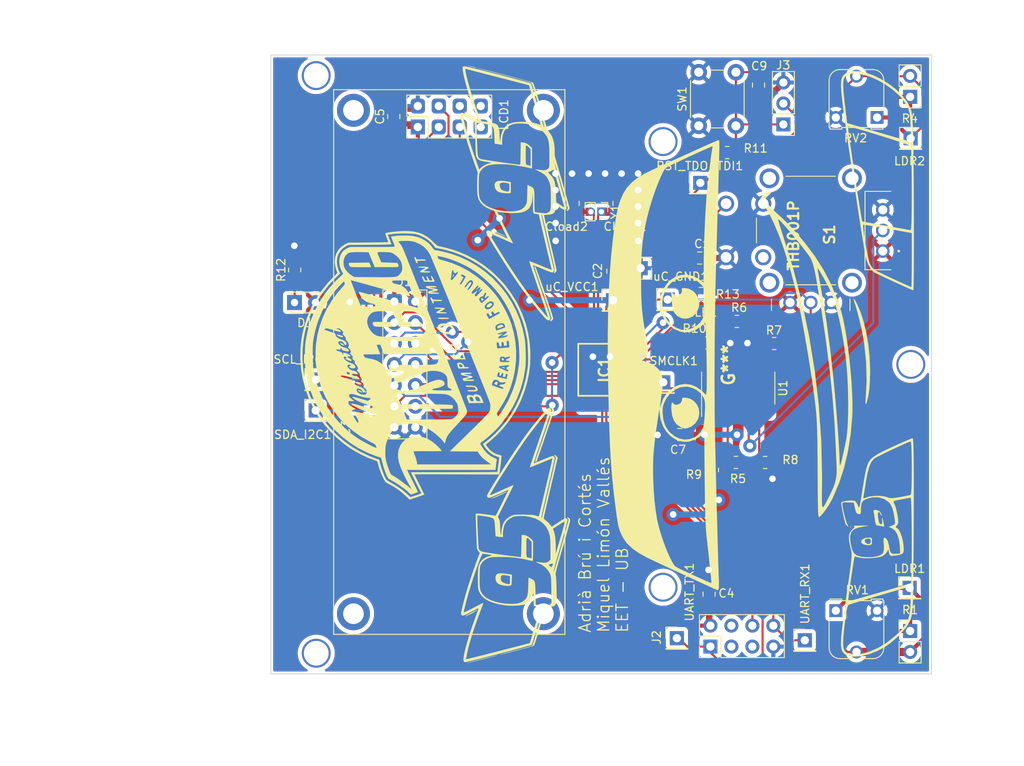
<source format=kicad_pcb>
(kicad_pcb (version 20221018) (generator pcbnew)
  (layers (0 "F.Cu" jumper) (31 "B.Cu" signal) (34 "B.Paste" user) (35 "F.Paste" user) (36 "B.SilkS" user "B.Silkscreen") (37 "F.SilkS" user "F.Silkscreen") (38 "B.Mask" user) (39 "F.Mask" user) (44 "Edge.Cuts" user))
  (net 0 "")
  (net 1 "SDA_I2C")
  (net 2 "+3.3V")
  (net 3 "GND")
  (net 4 "MISO")
  (net 5 "MOSI")
  (net 6 "SCLK_SPI")
  (net 7 "SS_SPI")
  (net 8 "/WIFI_UART_RX")
  (net 9 "/WIFI_UART_TX")
  (net 10 "/P6.3")
  (net 11 "/P6.2")
  (net 12 "SEL_JOYSTICK")
  (net 13 "SCL_I2C")
  (net 14 "Net-(D1-K)")
  (net 16 "TDO{slash}TDI")
  (net 17 "LR_JOYSTICK")
  (net 18 "FB_JOYSTICK")
  (net 19 "TCK")
  (net 20 "R_JOYSTICK")
  (net 21 "F_JOYSTICK")
  (net 22 "B_JOYSTICK")
  (net 23 "L_JOYSTICK")
  (net 30 "Net-(U1A-+)")
  (net 31 "Net-(U1B--)")
  (net 32 "Net-(U1C-+)")
  (net 33 "Net-(U1D--)")
  (net 34 "/P6.1")
  (net 35 "/P6.0")
  (net 36 "/CLK+")
  (net 37 "/CLK-")
  (net 38 "RST_LCD")
  (net 39 "PHOTO2")
  (net 40 "PHOTO1")
  (net 60 "/WIFI_CE")
  (footprint "MiSE:conn_DFrobot" (layer "F.Cu") (at 127.08 99.92)
    (fp_text reference "J1")
    (fp_text value "conn_DFrobot")
  )
  (footprint "Connector_PinHeader_2.54mm:PinHeader_1x01_P2.54mm_Vertical" (layer "F.Cu") (at 157.11 102.09)
    (fp_text reference "SMCLK1")
    (fp_text value "~")
  )
  (footprint "Connector_PinHeader_2.54mm:PinHeader_1x01_P2.54mm_Vertical" (layer "F.Cu") (at 161.59 77.92)
    (fp_text reference "RST_TDO/TDI1")
    (fp_text value "~")
  )
  (footprint "MiSE:THB001P" (layer "F.Cu") (at 183.69 86.19 -90)
    (fp_text reference "S1")
    (fp_text value "THB001P")
  )
  (footprint "Connector_PinHeader_2.54mm:PinHeader_1x01_P2.54mm_Vertical" (layer "F.Cu") (at 174.244 133.35)
    (fp_text reference "UART_RX1")
    (fp_text value "~")
  )
  (footprint "Connector_PinHeader_2.54mm:PinHeader_1x01_P2.54mm_Vertical" (layer "F.Cu") (at 115.04 101.76)
    (fp_text reference "SCL_I2C1")
    (fp_text value "~")
  )
  (footprint "MiSE:LDR" (layer "F.Cu") (at 187 67.5 180)
    (fp_text reference "R4")
    (fp_text value "R_PHOTO")
  )
  (footprint "Capacitor_SMD:C_0805_2012Metric" (layer "F.Cu") (at 159.1 108.42 180)
    (fp_text reference "C7")
    (fp_text value "100n")
  )
  (footprint "Resistor_SMD:R_0805_2012Metric" (layer "F.Cu") (at 169.4425 111.8)
    (fp_text reference "R8")
    (fp_text value "10k")
  )
  (footprint "maqueen_pics:lights" (layer "F.Cu") (at 183.05 99.9 90)
    (fp_text reference "G***" hide)
    (fp_text value "LOGO" hide)
  )
  (footprint "Resistor_SMD:R_0805_2012Metric" (layer "F.Cu") (at 165.9025 111.79)
    (fp_text reference "R5")
    (fp_text value "10k")
  )
  (footprint "Capacitor_SMD:C_0805_2012Metric" (layer "F.Cu") (at 162.65 127.76 90)
    (fp_text reference "C4")
    (fp_text value "100n")
  )
  (footprint "Connector_PinHeader_2.54mm:PinHeader_2x04_P2.54mm_Vertical" (layer "F.Cu") (at 162.814 134.112 90)
    (fp_text reference "J2")
    (fp_text value "ESP01")
  )
  (footprint "Connector_PinHeader_2.54mm:PinHeader_1x01_P2.54mm_Vertical" (layer "F.Cu") (at 157.64 92.06)
    (fp_text reference "ACLK1")
    (fp_text value "~")
  )
  (footprint "MiSE:LCD_2x16_I2C(Midas)" (layer "F.Cu") (at 131.19 99.63 90)
    (fp_text reference "LCD1")
    (fp_text value "LCD_2x16_I2C")
  )
  (footprint "Connector_PinHeader_2.54mm:PinHeader_1x01_P2.54mm_Vertical" (layer "F.Cu") (at 187.06 72.53)
    (fp_text reference "LDR2")
    (fp_text value "~")
  )
  (footprint "Capacitor_SMD:C_0805_2012Metric" (layer "F.Cu") (at 124.47 69.88 90)
    (fp_text reference "C5")
    (fp_text value "100n")
  )
  (footprint "Button_Switch_THT:SW_PUSH_6mm" (layer "F.Cu") (at 161.4 71.01 90)
    (fp_text reference "SW1")
    (fp_text value "RST")
  )
  (footprint "Resistor_SMD:R_0805_2012Metric" (layer "F.Cu") (at 161.69 91.33 180)
    (fp_text reference "R13")
    (fp_text value "10k")
  )
  (footprint "Connector_PinHeader_2.54mm:PinHeader_1x01_P2.54mm_Vertical" (layer "F.Cu") (at 151.01 92.14)
    (fp_text reference "uC_VCC1")
    (fp_text value "~")
  )
  (footprint "Capacitor_SMD:C_0805_2012Metric" (layer "F.Cu") (at 151.01 88.62 90)
    (fp_text reference "C2")
    (fp_text value "100n")
  )
  (footprint "Connector_PinHeader_2.54mm:PinHeader_1x01_P2.54mm_Vertical" (layer "F.Cu") (at 154.37 88.26 180)
    (fp_text reference "uC_GND1")
    (fp_text value "~")
  )
  (footprint "maqueen_pics:side2" (layer "F.Cu") (at 139.24 120.59 90)
    (fp_text reference "G***" hide)
    (fp_text value "LOGO" hide)
  )
  (footprint "Resistor_SMD:R_0805_2012Metric" (layer "F.Cu") (at 121.23 105.14)
    (fp_text reference "R2")
    (fp_text value "2.2k")
  )
  (footprint "Connector_PinHeader_2.54mm:PinHeader_1x01_P2.54mm_Vertical" (layer "F.Cu") (at 186.94 127)
    (fp_text reference "LDR1")
    (fp_text value "~")
  )
  (footprint "Capacitor_SMD:C_0805_2012Metric" (layer "F.Cu") (at 161.52 87.03)
    (fp_text reference "C1")
    (fp_text value "100n")
  )
  (footprint "Resistor_SMD:R_0805_2012Metric" (layer "F.Cu") (at 164.85 74.25)
    (fp_text reference "R11")
    (fp_text value "47k")
  )
  (footprint "MiSE:Trimmer_MiSE" (layer "F.Cu") (at 183 70 180)
    (fp_text reference "RV2")
    (fp_text value "R_POT")
  )
  (footprint "Resistor_SMD:R_0805_2012Metric" (layer "F.Cu") (at 166.02 94.71 180)
    (fp_text reference "R6")
    (fp_text value "10k")
  )
  (footprint "maqueen_pics:rusteze" (layer "F.Cu") (at 127.08 99.92 90)
    (fp_text reference "G***" hide)
    (fp_text value "LOGO" hide)
  )
  (footprint "Connector_PinHeader_2.54mm:PinHeader_1x03_P2.54mm_Vertical" (layer "F.Cu") (at 171.65 70.84 180)
    (fp_text reference "J3")
    (fp_text value "SBW")
  )
  (footprint "Resistor_SMD:R_0805_2012Metric" (layer "F.Cu") (at 163.0625 112.7 90)
    (fp_text reference "R9")
    (fp_text value "10k")
  )
  (footprint "LED_THT:LED_D1.8mm_W3.3mm_H2.4mm" (layer "F.Cu") (at 112.45 92.42)
    (fp_text reference "D1")
    (fp_text value "LED")
  )
  (footprint "Resistor_SMD:R_0805_2012Metric" (layer "F.Cu") (at 112.47 88.47 90)
    (fp_text reference "R12")
    (fp_text value "100")
  )
  (footprint "MiSE:LDR" (layer "F.Cu") (at 187 132.225)
    (fp_text reference "R1")
    (fp_text value "R_PHOTO")
  )
  (footprint "Capacitor_SMD:C_0805_2012Metric" (layer "F.Cu") (at 168.64 66.08 -90)
    (fp_text reference "C9")
    (fp_text value "2.2n")
  )
  (footprint "Package_SO:SOIC-14_3.9x8.7mm_P1.27mm" (layer "F.Cu") (at 166.18 102.8 90)
    (fp_text reference "U1")
    (fp_text value "LMV324")
  )
  (footprint "Resistor_SMD:R_0805_2012Metric" (layer "F.Cu") (at 170.54 97.39 180)
    (fp_text reference "R7")
    (fp_text value "10k")
  )
  (footprint "Connector_PinHeader_2.54mm:PinHeader_1x01_P2.54mm_Vertical" (layer "F.Cu") (at 158.75 133.096)
    (fp_text reference "UART_TX1")
    (fp_text value "~")
  )
  (footprint "Resistor_SMD:R_0805_2012Metric" (layer "F.Cu") (at 162.47 97.31)
    (fp_text reference "R10")
    (fp_text value "10k")
  )
  (footprint "MiSE:Trimmer_MiSE" (layer "F.Cu") (at 178 129.76)
    (fp_text reference "RV1")
    (fp_text value "R_POT")
  )
  (footprint "Resistor_SMD:R_0805_2012Metric" (layer "F.Cu") (at 121.18 102.51)
    (fp_text reference "R3")
    (fp_text value "2.2k")
  )
  (footprint "Capacitor_SMD:C_0805_2012Metric" (layer "F.Cu") (at 121.24 107.61)
    (fp_text reference "C3")
    (fp_text value "100n")
  )
  (footprint "Connector_PinHeader_2.54mm:PinHeader_1x01_P2.54mm_Vertical" (layer "F.Cu") (at 115.02 105.5)
    (fp_text reference "SDA_I2C1")
    (fp_text value "~")
  )
  (footprint "Capacitor_SMD:C_0805_2012Metric" (layer "F.Cu") (at 146.185 80.41 90)
    (fp_text reference "Cload2")
    (fp_text value "12.5n")
  )
  (footprint "Capacitor_SMD:C_0805_2012Metric" (layer "F.Cu") (at 151.745 80.41 90)
    (fp_text reference "Cload1")
    (fp_text value "12.5n")
  )
  (footprint "maqueen_pics:side1" (layer "F.Cu") (at 139.11 79.16 90)
    (fp_text reference "G***" hide)
    (fp_text value "LOGO" hide)
  )
  (footprint "maqueen_pics:face" (layer "F.Cu") (at 165 100 90)
    (fp_text reference "G***")
    (fp_text value "LOGO" hide)
  )
  (footprint "Connector_PinHeader_1.27mm:PinHeader_1x02_P1.27mm_Vertical" (layer "F.Cu") (at 149.615 81.42 -90)
    (fp_text reference "Y1")
    (fp_text value "Crystal")
  )
  (footprint "MiSE:QFP50P900X900X160-48N" (layer "F.Cu") (at 149.96 100.57 -90)
    (fp_text reference "IC1")
    (fp_text value "MSP430FR2355TPT" hide)
  )
  (gr_rect locked (start 109.58 62.42) (end 189.58 137.42) (stroke (width 0.1)) (fill none) (layer "Edge.Cuts"))
  (gr_text "Adrià Brú i Cortés\nMiquel Limón Vallés\nEET - UB" (at 152.95 132.525 90) (layer "F.SilkS") (effects (font (size 1.4 1.4)) (justify left bottom)))
  (segment (start 124.54 105) (end 125.815 103.725) (width 0.25) (layer "F.Cu") (net 1))
  (segment (start 121.155 79.92) (end 121.155 104.1525) (width 0.25) (layer "F.Cu") (net 1))
  (segment (start 121.155 104.1525) (end 122.1425 105.14) (width 0.25) (layer "F.Cu") (net 1))
  (segment (start 151.208833 100.305) (end 152.71 98.803833) (width 0.25) (layer "F.Cu") (net 1))
  (segment (start 150.225 100.305) (end 151.208833 100.305) (width 0.25) (layer "F.Cu") (net 1))
  (segment (start 144.6595 103.795) (end 146.735 103.795) (width 0.25) (layer "F.Cu") (net 1))
  (segment (start 122.1425 105.14) (end 124.4 105.14) (width 0.25) (layer "F.Cu") (net 1))
  (segment (start 146.735 103.795) (end 150.225 100.305) (width 0.25) (layer "F.Cu") (net 1))
  (segment (start 125.815 103.725) (end 144.5895 103.725) (width 0.25) (layer "F.Cu") (net 1))
  (segment (start 124.4 105.14) (end 124.54 105) (width 0.25) (layer "F.Cu") (net 1))
  (segment (start 129.92 71.155) (end 121.155 79.92) (width 0.25) (layer "F.Cu") (net 1))
  (segment (start 144.5895 103.725) (end 144.6595 103.795) (width 0.25) (layer "F.Cu") (net 1))
  (segment (start 152.71 98.803833) (end 152.71 96.332) (width 0.25) (layer "F.Cu") (net 1))
  (segment (start 124.04 105.5) (end 124.54 105) (width 0.25) (layer "B.Cu") (net 1))
  (segment (start 115.02 105.5) (end 124.04 105.5) (width 0.25) (layer "B.Cu") (net 1))
  (segment (start 162.65 128.71) (end 162.65 131.408) (width 0.75) (layer "F.Cu") (net 2))
  (segment (start 120.3175 107.5825) (end 120.29 107.61) (width 0.75) (layer "F.Cu") (net 2))
  (segment (start 162.09 108.45) (end 160.08 108.45) (width 0.75) (layer "F.Cu") (net 2))
  (segment (start 166.035 108.44) (end 166.18 108.295) (width 0.75) (layer "F.Cu") (net 2))
  (segment (start 160.11 108.45) (end 160.07 108.49) (width 0.75) (layer "F.Cu") (net 2))
  (segment (start 120.3175 105.14) (end 120.3175 107.5825) (width 0.75) (layer "F.Cu") (net 2))
  (segment (start 150.21 96.332) (end 150.21 92.94) (width 0.25) (layer "F.Cu") (net 2))
  (segment (start 160.08 108.45) (end 160.05 108.42) (width 0.75) (layer "F.Cu") (net 2))
  (segment (start 151.01 92.14) (end 151.01 89.57) (width 0.75) (layer "F.Cu") (net 2))
  (segment (start 150.21 92.94) (end 151.01 92.14) (width 0.25) (layer "F.Cu") (net 2))
  (segment (start 120.2675 105.09) (end 120.3175 105.14) (width 0.75) (layer "F.Cu") (net 2))
  (segment (start 127.055 70.83) (end 127.38 71.155) (width 0.75) (layer "F.Cu") (net 2))
  (segment (start 162.65 131.408) (end 162.814 131.572) (width 0.75) (layer "F.Cu") (net 2))
  (segment (start 120.2675 102.51) (end 120.2675 105.09) (width 0.75) (layer "F.Cu") (net 2))
  (segment (start 166.18 108.295) (end 166.18 105.275) (width 0.75) (layer "F.Cu") (net 2))
  (segment (start 124.47 70.83) (end 127.055 70.83) (width 0.75) (layer "F.Cu") (net 2))
  (segment (start 151.01 92.14) (end 151.446 92.14) (width 0.75) (layer "F.Cu") (net 2))
  (via (at 137.28 82.22) (size 1.6) (drill 0.8) (layers "F.Cu" "B.Cu") (net 2))
  (via (at 162.09 108.45) (size 1.6) (drill 0.8) (layers "F.Cu" "B.Cu") (net 2))
  (via (at 166.035 108.44) (size 1.6) (drill 0.8) (layers "F.Cu" "B.Cu") (net 2))
  (via (at 163.83 116.332) (size 1.6) (drill 0.8) (layers "F.Cu" "B.Cu") (net 2))
  (via (at 158.3 118.1) (size 1.6) (drill 0.8) (layers "F.Cu" "B.Cu") (net 2))
  (via (at 140.91 92.16) (size 1.6) (drill 0.8) (layers "F.Cu" "B.Cu") (net 2))
  (via (at 119.16 92.36) (size 1.6) (drill 0.8) (layers "F.Cu" "B.Cu") (net 2))
  (via (at 134.64 84.86) (size 1.6) (drill 0.8) (layers "F.Cu" "B.Cu") (net 2))
  (segment (start 158.3 118.1) (end 158.31 118.11) (width 0.75) (layer "B.Cu") (net 2))
  (segment (start 166.035 108.44) (end 162.1 108.44) (width 0.75) (layer "B.Cu") (net 2))
  (segment (start 119.22 92.3) (end 119.16 92.36) (width 0.75) (layer "B.Cu") (net 2))
  (segment (start 134.64 84.86) (end 137.28 82.22) (width 0.75) (layer "B.Cu") (net 2))
  (segment (start 124.54 92.3) (end 119.22 92.3) (width 0.75) (layer "B.Cu") (net 2))
  (segment (start 162.052 118.11) (end 163.83 116.332) (width 0.75) (layer "B.Cu") (net 2))
  (segment (start 151.01 92.14) (end 140.93 92.14) (width 0.75) (layer "B.Cu") (net 2))
  (segment (start 158.31 118.11) (end 162.052 118.11) (width 0.75) (layer "B.Cu") (net 2))
  (segment (start 162.1 108.44) (end 162.09 108.45) (width 0.75) (layer "B.Cu") (net 2))
  (segment (start 140.93 92.14) (end 140.91 92.16) (width 0.75) (layer "B.Cu") (net 2))
  (segment (start 112.47 85.58) (end 112.43 85.54) (width 0.75) (layer "F.Cu") (net 3))
  (segment (start 127.065 68.93) (end 127.38 68.615) (width 0.75) (layer "F.Cu") (net 3))
  (segment (start 122.26 107.54) (end 122.19 107.61) (width 0.75) (layer "F.Cu") (net 3))
  (segment (start 156.44 108.49) (end 156.41 108.46) (width 0.75) (layer "F.Cu") (net 3))
  (segment (start 150.66 98.79) (end 149.7 97.83) (width 0.5) (layer "F.Cu") (net 3))
  (segment (start 151.01 87.67) (end 153.78 87.67) (width 0.75) (layer "F.Cu") (net 3))
  (segment (start 168.64 67.03) (end 170.38 67.03) (width 0.75) (layer "F.Cu") (net 3))
  (segment (start 165.22 97.335) (end 167.3 97.335) (width 2) (layer "F.Cu") (net 3))
  (segment (start 162.65 124.88) (end 162.59 124.82) (width 0.75) (layer "F.Cu") (net 3))
  (segment (start 170.355 113.7575) (end 170.355 111.8) (width 0.75) (layer "F.Cu") (net 3))
  (segment (start 167.3 97.335) (end 167.3 97.365) (width 0.5) (layer "F.Cu") (net 3))
  (segment (start 148.58 98.95) (end 149.7 97.83) (width 0.5) (layer "F.Cu") (net 3))
  (segment (start 149.71 96.332) (end 149.71 98.1) (width 0.25) (layer "F.Cu") (net 3))
  (segment (start 151.9675 79.28) (end 152.1475 79.46) (width 0.25) (layer "F.Cu") (net 3))
  (segment (start 170.3325 113.78) (end 170.355 113.7575) (width 0.75) (layer "F.Cu") (net 3))
  (segment (start 150.66 98.98) (end 150.66 98.79) (width 0.5) (layer "F.Cu") (net 3))
  (segment (start 162.65 126.81) (end 162.65 124.88) (width 0.75) (layer "F.Cu") (net 3))
  (segment (start 165.22 97.525) (end 166.18 98.485) (width 0.5) (layer "F.Cu") (net 3))
  (segment (start 156.41 108.46) (end 158.11 108.46) (width 0.75) (layer "F.Cu") (net 3))
  (segment (start 163.3825 97.31) (end 165.195 97.31) (width 0.75) (layer "F.Cu") (net 3))
  (segment (start 158.11 108.46) (end 158.15 108.42) (width 0.75) (layer "F.Cu") (net 3))
  (segment (start 124.47 68.93) (end 127.065 68.93) (width 0.75) (layer "F.Cu") (net 3))
  (segment (start 153.78 87.67) (end 154.37 88.26) (width 0.75) (layer "F.Cu") (net 3))
  (segment (start 167.3 97.365) (end 166.18 98.485) (width 0.5) (layer "F.Cu") (net 3))
  (segment (start 162.47 87.03) (end 164.62 87.03) (width 0.75) (layer "F.Cu") (net 3))
  (segment (start 165.195 97.31) (end 165.22 97.335) (width 0.75) (layer "F.Cu") (net 3))
  (segment (start 166.18 98.485) (end 166.18 100.325) (width 0.5) (layer "F.Cu") (net 3))
  (segment (start 148.58 98.98) (end 148.58 98.95) (width 0.5) (layer "F.Cu") (net 3))
  (segment (start 150.66 98.98) (end 148.58 98.98) (width 2) (layer "F.Cu") (net 3))
  (segment (start 112.47 87.5575) (end 112.47 85.58) (width 0.75) (layer "F.Cu") (net 3))
  (segment (start 165.22 97.335) (end 165.22 97.525) (width 0.5) (layer "F.Cu") (net 3))
  (segment (start 170.38 67.03) (end 171.65 65.76) (width 0.75) (layer "F.Cu") (net 3))
  (segment (start 164.62 87.03) (end 164.71 86.94) (width 0.75) (layer "F.Cu") (net 3))
  (segment (start 124.54 107.54) (end 122.26 107.54) (width 0.75) (layer "F.Cu") (net 3))
  (via (at 165.22 97.335) (size 1.6) (drill 0.8) (layers "F.Cu" "B.Cu") (net 3))
  (via (at 144.06 76.795) (size 1.6) (drill 0.8) (layers "F.Cu" "B.Cu") (net 3))
  (via (at 154.06 78.795) (size 1.6) (drill 0.8) (layers "F.Cu" "B.Cu") (net 3))
  (via (at 154.075 84.95) (size 1.6) (drill 0.8) (layers "F.Cu" "B.Cu") (net 3))
  (via (at 154.06 82.795) (size 1.6) (drill 0.8) (layers "F.Cu" "B.Cu") (net 3))
  (via (at 148.06 76.795) (size 1.6) (drill 0.8) (layers "F.Cu" "B.Cu") (net 3))
  (via (at 144.06 80.795) (size 1.6) (drill 0.8) (layers "F.Cu" "B.Cu") (net 3))
  (via (at 170.3325 113.78) (size 1.6) (drill 0.8) (layers "F.Cu" "B.Cu") (net 3))
  (via (at 152.06 76.795) (size 1.6) (drill 0.8) (layers "F.Cu" "B.Cu") (net 3))
  (via (at 144.075 84.95) (size 1.6) (drill 0.8) (layers "F.Cu" "B.Cu") (net 3))
  (via (at 146.06 76.795) (size 1.6) (drill 0.8) (layers "F.Cu" "B.Cu") (net 3))
  (via (at 148.58 98.98) (size 1.6) (drill 0.8) (layers "F.Cu" "B.Cu") (net 3))
  (via (at 162.59 124.82) (size 1.6) (drill 0.8) (layers "F.Cu" "B.Cu") (net 3))
  (via (at 150.66 98.98) (size 1.6) (drill 0.8) (layers "F.Cu" "B.Cu") (net 3))
  (via (at 144.06 82.795) (size 1.6) (drill 0.8) (layers "F.Cu" "B.Cu") (net 3))
  (via (at 167.3 97.335) (size 1.6) (drill 0.8) (layers "F.Cu" "B.Cu") (net 3))
  (via (at 150.06 76.795) (size 1.6) (drill 0.8) (layers "F.Cu" "B.Cu") (net 3))
  (via (at 154.06 76.795) (size 1.6) (drill 0.8) (layers "F.Cu" "B.Cu") (net 3))
  (via (at 154.06 80.795) (size 1.6) (drill 0.8) (layers "F.Cu" "B.Cu") (net 3))
  (via (at 112.43 85.54) (size 1.6) (drill 0.8) (layers "F.Cu" "B.Cu") (net 3))
  (via (at 144.06 78.795) (size 1.6) (drill 0.8) (layers "F.Cu" "B.Cu") (net 3))
  (via (at 156.41 108.46) (size 1.6) (drill 0.8) (layers "F.Cu" "B.Cu") (net 3))
  (segment (start 147.21 95.975) (end 131.595 95.975) (width 0.25) (layer "F.Cu") (net 4))
  (segment (start 147.21 96.332) (end 147.21 95.975) (width 0.25) (layer "F.Cu") (net 4))
  (segment (start 131.595 95.975) (end 131.566702 96.003298) (width 0.25) (layer "F.Cu") (net 4))
  (via (at 131.566702 96.003298) (size 1.6) (drill 0.8) (layers "F.Cu" "B.Cu") (net 4))
  (segment (start 131.566702 96.003298) (end 131.505 96.065) (width 0.25) (layer "B.Cu") (net 4))
  (segment (start 125.855 96.065) (end 124.54 97.38) (width 0.25) (layer "B.Cu") (net 4))
  (segment (start 131.505 96.065) (end 125.855 96.065) (width 0.25) (layer "B.Cu") (net 4))
  (segment (start 144.295 97.82) (end 143.65 97.175) (width 0.25) (layer "F.Cu") (net 5))
  (segment (start 145.722 97.82) (end 144.295 97.82) (width 0.25) (layer "F.Cu") (net 5))
  (segment (start 133.46 97.175) (end 133.44 97.195) (width 0.25) (layer "F.Cu") (net 5))
  (segment (start 143.65 97.175) (end 133.46 97.175) (width 0.25) (layer "F.Cu") (net 5))
  (via (at 133.44 97.195) (size 1.6) (drill 0.8) (layers "F.Cu" "B.Cu") (net 5))
  (segment (start 131.94 98.695) (end 125.765 98.695) (width 0.25) (layer "B.Cu") (net 5))
  (segment (start 125.765 98.695) (end 124.54 99.92) (width 0.25) (layer "B.Cu") (net 5))
  (segment (start 133.44 97.195) (end 131.94 98.695) (width 0.25) (layer "B.Cu") (net 5))
  (segment (start 125.765 93.615) (end 124.54 94.84) (width 0.25) (layer "F.Cu") (net 6))
  (segment (start 145.722 98.32) (end 132.292412 98.32) (width 0.25) (layer "F.Cu") (net 6))
  (segment (start 127.587412 93.615) (end 125.765 93.615) (width 0.25) (layer "F.Cu") (net 6))
  (segment (start 132.292412 98.32) (end 127.587412 93.615) (width 0.25) (layer "F.Cu") (net 6))
  (segment (start 145.722 98.82) (end 144.515 98.82) (width 0.25) (layer "F.Cu") (net 7))
  (segment (start 143.66 104.86) (end 143.52 105) (width 0.25) (layer "F.Cu") (net 7))
  (segment (start 143.52 105) (end 127.08 105) (width 0.25) (layer "F.Cu") (net 7))
  (segment (start 144.515 98.82) (end 143.64 99.695) (width 0.25) (layer "F.Cu") (net 7))
  (via (at 143.64 99.695) (size 1.6) (drill 0.8) (layers "F.Cu" "B.Cu") (net 7))
  (via (at 143.66 104.86) (size 1.6) (drill 0.8) (layers "F.Cu" "B.Cu") (net 7))
  (segment (start 143.64 99.695) (end 143.64 104.84) (width 0.25) (layer "B.Cu") (net 7))
  (segment (start 143.64 104.84) (end 143.66 104.86) (width 0.25) (layer "B.Cu") (net 7))
  (segment (start 170.434 126.433482) (end 150.71 106.709482) (width 0.25) (layer "F.Cu") (net 8))
  (segment (start 174.244 133.35) (end 172.212 133.35) (width 0.25) (layer "F.Cu") (net 8))
  (segment (start 172.212 133.35) (end 170.434 131.572) (width 0.25) (layer "F.Cu") (net 8))
  (segment (start 170.434 131.572) (end 170.434 126.433482) (width 0.25) (layer "F.Cu") (net 8))
  (segment (start 150.71 106.709482) (end 150.71 104.808) (width 0.25) (layer "F.Cu") (net 8))
  (segment (start 162.814 134.112) (end 162.814 134.814) (width 0.25) (layer "F.Cu") (net 9))
  (segment (start 163.8 135.8) (end 168.5 135.8) (width 0.25) (layer "F.Cu") (net 9))
  (segment (start 162.814 134.814) (end 163.8 135.8) (width 0.25) (layer "F.Cu") (net 9))
  (segment (start 159.004 133.096) (end 160.02 134.112) (width 0.25) (layer "F.Cu") (net 9))
  (segment (start 158.75 133.096) (end 159.004 133.096) (width 0.25) (layer "F.Cu") (net 9))
  (segment (start 169.132061 125.767939) (end 150.21 106.845878) (width 0.25) (layer "F.Cu") (net 9))
  (segment (start 169.132061 135.167939) (end 169.132061 125.767939) (width 0.25) (layer "F.Cu") (net 9))
  (segment (start 150.21 106.845878) (end 150.21 104.808) (width 0.25) (layer "F.Cu") (net 9))
  (segment (start 160.02 134.112) (end 162.814 134.112) (width 0.25) (layer "F.Cu") (net 9))
  (segment (start 168.5 135.8) (end 169.132061 135.167939) (width 0.25) (layer "F.Cu") (net 9))
  (segment (start 145.722 100.82) (end 133.06 100.82) (width 0.25) (layer "F.Cu") (net 10))
  (segment (start 133.06 100.82) (end 127.08 94.84) (width 0.25) (layer "F.Cu") (net 10))
  (segment (start 131.02 101.32) (end 127.08 97.38) (width 0.25) (layer "F.Cu") (net 11))
  (segment (start 145.722 101.32) (end 131.02 101.32) (width 0.25) (layer "F.Cu") (net 11))
  (segment (start 155.21 98.32) (end 154.198 98.32) (width 0.25) (layer "F.Cu") (net 12))
  (segment (start 160.69 92.84) (end 155.21 98.32) (width 0.25) (layer "F.Cu") (net 12))
  (segment (start 164.71 80.44) (end 160.69 84.46) (width 0.25) (layer "F.Cu") (net 12))
  (segment (start 160.69 84.46) (end 160.69 92.84) (width 0.25) (layer "F.Cu") (net 12))
  (segment (start 122.0925 102.51) (end 124.49 102.51) (width 0.25) (layer "F.Cu") (net 13))
  (segment (start 131.095 69.79) (end 131.095 72.135) (width 0.25) (layer "F.Cu") (net 13))
  (segment (start 122.0925 81.1375) (end 122.0925 102.51) (width 0.25) (layer "F.Cu") (net 13))
  (segment (start 154.81 97.82) (end 154.198 97.82) (width 0.25) (layer "F.Cu") (net 13))
  (segment (start 157.074504 95.555496) (end 154.81 97.82) (width 0.25) (layer "F.Cu") (net 13))
  (segment (start 157.074504 94.864504) (end 157.074504 95.555496) (width 0.25) (layer "F.Cu") (net 13))
  (segment (start 131.095 72.135) (end 122.0925 81.1375) (width 0.25) (layer "F.Cu") (net 13))
  (segment (start 124.49 102.51) (end 124.54 102.46) (width 0.25) (layer "F.Cu") (net 13))
  (segment (start 129.92 68.615) (end 131.095 69.79) (width 0.25) (layer "F.Cu") (net 13))
  (via (at 157.074504 94.864504) (size 1.6) (drill 0.8) (layers "F.Cu" "B.Cu") (net 13))
  (segment (start 127.537412 103.725) (end 125.805 103.725) (width 0.25) (layer "B.Cu") (net 13))
  (segment (start 156.565496 94.864504) (end 154.92 96.51) (width 0.25) (layer "B.Cu") (net 13))
  (segment (start 130.092412 106.28) (end 127.537412 103.725) (width 0.25) (layer "B.Cu") (net 13))
  (segment (start 154.92 96.51) (end 154.92 103.12) (width 0.25) (layer "B.Cu") (net 13))
  (segment (start 115.04 101.76) (end 123.84 101.76) (width 0.25) (layer "B.Cu") (net 13))
  (segment (start 125.805 103.725) (end 124.54 102.46) (width 0.25) (layer "B.Cu") (net 13))
  (segment (start 157.074504 94.864504) (end 156.565496 94.864504) (width 0.25) (layer "B.Cu") (net 13))
  (segment (start 123.84 101.76) (end 124.54 102.46) (width 0.25) (layer "B.Cu") (net 13))
  (segment (start 115.55 102.46) (end 115.54 102.47) (width 0.25) (layer "B.Cu") (net 13))
  (segment (start 151.76 106.28) (end 130.092412 106.28) (width 0.25) (layer "B.Cu") (net 13))
  (segment (start 154.92 103.12) (end 151.76 106.28) (width 0.25) (layer "B.Cu") (net 13))
  (segment (start 112.47 89.3825) (end 112.47 92.4) (width 0.25) (layer "F.Cu") (net 14))
  (segment (start 112.47 92.4) (end 112.45 92.42) (width 0.25) (layer "F.Cu") (net 14))
  (segment (start 166.07 70.84) (end 165.9 71.01) (width 0.25) (layer "F.Cu") (net 16))
  (segment (start 171.65 70.84) (end 166.07 70.84) (width 0.25) (layer "F.Cu") (net 16))
  (segment (start 168.02 64.51) (end 168.64 65.13) (width 0.25) (layer "F.Cu") (net 16))
  (segment (start 165.9 71.01) (end 165.9 74.1125) (width 0.25) (layer "F.Cu") (net 16))
  (segment (start 165.9 64.51) (end 168.02 64.51) (width 0.25) (layer "F.Cu") (net 16))
  (segment (start 165.9 74.1125) (end 165.7625 74.25) (width 0.25) (layer "F.Cu") (net 16))
  (segment (start 156.67 88.81) (end 150.71 94.77) (width 0.25) (layer "F.Cu") (net 16))
  (segment (start 165.9 64.51) (end 165.9 71.01) (width 0.25) (layer "F.Cu") (net 16))
  (segment (start 156.67 83.3425) (end 156.67 88.81) (width 0.25) (layer "F.Cu") (net 16))
  (segment (start 165.7625 74.25) (end 156.67 83.3425) (width 0.25) (layer "F.Cu") (net 16))
  (segment (start 150.71 94.77) (end 150.71 96.332) (width 0.25) (layer "F.Cu") (net 16))
  (segment (start 163.314999 106.575) (end 152.4395 106.575) (width 0.25) (layer "F.Cu") (net 17))
  (segment (start 167.45 109.645) (end 167.45 105.275) (width 0.25) (layer "F.Cu") (net 17))
  (segment (start 152.4395 106.575) (end 151.71 105.8455) (width 0.25) (layer "F.Cu") (net 17))
  (segment (start 163.64 105.275) (end 163.64 104.300001) (width 0.25) (layer "F.Cu") (net 17))
  (segment (start 167.124999 103.975) (end 167.45 104.300001) (width 0.25) (layer "F.Cu") (net 17))
  (segment (start 151.71 105.8455) (end 151.71 104.808) (width 0.25) (layer "F.Cu") (net 17))
  (segment (start 163.64 106.249999) (end 163.314999 106.575) (width 0.25) (layer "F.Cu") (net 17))
  (segment (start 167.45 104.300001) (end 167.45 105.275) (width 0.25) (layer "F.Cu") (net 17))
  (segment (start 163.64 105.275) (end 163.64 106.249999) (width 0.25) (layer "F.Cu") (net 17))
  (segment (start 163.64 104.300001) (end 163.965001 103.975) (width 0.25) (layer "F.Cu") (net 17))
  (segment (start 167.595 109.79) (end 167.45 109.645) (width 0.25) (layer "F.Cu") (net 17))
  (segment (start 163.965001 103.975) (end 167.124999 103.975) (width 0.25) (layer "F.Cu") (net 17))
  (via (at 167.595 109.79) (size 1.6) (drill 0.8) (layers "F.Cu" "B.Cu") (net 17))
  (segment (start 167.595 109.79) (end 167.63 109.79) (width 0.25) (layer "B.Cu") (net 17))
  (segment (start 182.54 94.88) (end 182.54 84.84) (width 0.25) (layer "B.Cu") (net 17))
  (segment (start 167.63 109.79) (end 182.54 94.88) (width 0.25) (layer "B.Cu") (net 17))
  (segment (start 182.54 84.84) (end 183.69 83.69) (width 0.25) (layer "B.Cu") (net 17))
  (segment (start 168.72 101.18) (end 168.72 100.325) (width 0.25) (layer "F.Cu") (net 18))
  (segment (start 152.21 95.2945) (end 155.4445 92.06) (width 0.25) (layer "F.Cu") (net 18))
  (segment (start 168.275 101.625) (end 168.72 101.18) (width 0.25) (layer "F.Cu") (net 18))
  (segment (start 155.4445 92.06) (end 157.64 92.06) (width 0.25) (layer "F.Cu") (net 18))
  (segment (start 174.96 96.21) (end 172.31 98.86) (width 0.25) (layer "F.Cu") (net 18))
  (segment (start 172.31 98.86) (end 169.804092 98.86) (width 0.25) (layer "F.Cu") (net 18))
  (segment (start 164.91 100.325) (end 164.91 101.299999) (width 0.25) (layer "F.Cu") (net 18))
  (segment (start 174.96 92.42) (end 174.96 96.21) (width 0.25) (layer "F.Cu") (net 18))
  (segment (start 165.235001 101.625) (end 168.275 101.625) (width 0.25) (layer "F.Cu") (net 18))
  (segment (start 168.72 99.944092) (end 168.72 100.325) (width 0.25) (layer "F.Cu") (net 18))
  (segment (start 169.804092 98.86) (end 168.72 99.944092) (width 0.25) (layer "F.Cu") (net 18))
  (segment (start 164.91 101.299999) (end 165.235001 101.625) (width 0.25) (layer "F.Cu") (net 18))
  (segment (start 152.21 96.332) (end 152.21 95.2945) (width 0.25) (layer "F.Cu") (net 18))
  (segment (start 171.983654 91.27) (end 173.81 91.27) (width 0.25) (layer "B.Cu") (net 18))
  (segment (start 157.64 92.06) (end 171.193654 92.06) (width 0.25) (layer "B.Cu") (net 18))
  (segment (start 173.81 91.27) (end 174.96 92.42) (width 0.25) (layer "B.Cu") (net 18))
  (segment (start 171.193654 92.06) (end 171.983654 91.27) (width 0.25) (layer "B.Cu") (net 18))
  (segment (start 151.21 94.906396) (end 151.21 96.332) (width 0.25) (layer "F.Cu") (net 19))
  (segment (start 171.65 68.3) (end 173.24 69.89) (width 0.25) (layer "F.Cu") (net 19))
  (segment (start 157.12 88.996396) (end 151.21 94.906396) (width 0.25) (layer "F.Cu") (net 19))
  (segment (start 172.04 72.8) (end 169 72.8) (width 0.25) (layer "F.Cu") (net 19))
  (segment (start 157.12 84.68) (end 157.12 88.996396) (width 0.25) (layer "F.Cu") (net 19))
  (segment (start 173.24 69.89) (end 173.24 71.6) (width 0.25) (layer "F.Cu") (net 19))
  (segment (start 169 72.8) (end 157.12 84.68) (width 0.25) (layer "F.Cu") (net 19))
  (segment (start 173.24 71.6) (end 172.04 72.8) (width 0.25) (layer "F.Cu") (net 19))
  (segment (start 169.99 105.275) (end 169.99 104.300001) (width 0.25) (layer "F.Cu") (net 20))
  (segment (start 169.99 104.300001) (end 168.509999 102.82) (width 0.25) (layer "F.Cu") (net 20))
  (segment (start 168.509999 102.82) (end 154.198 102.82) (width 0.25) (layer "F.Cu") (net 20))
  (segment (start 159.94 99.82) (end 154.198 99.82) (width 0.25) (layer "F.Cu") (net 21))
  (segment (start 169.99 100.325) (end 169.99 101.299999) (width 0.25) (layer "F.Cu") (net 21))
  (segment (start 169.99 101.299999) (end 169.199999 102.09) (width 0.25) (layer "F.Cu") (net 21))
  (segment (start 162.21 102.09) (end 159.94 99.82) (width 0.25) (layer "F.Cu") (net 21))
  (segment (start 169.199999 102.09) (end 162.21 102.09) (width 0.25) (layer "F.Cu") (net 21))
  (segment (start 161.365 99.32) (end 154.198 99.32) (width 0.25) (layer "F.Cu") (net 22))
  (segment (start 162.37 100.325) (end 161.365 99.32) (width 0.25) (layer "F.Cu") (net 22))
  (segment (start 161.32 103.32) (end 154.198 103.32) (width 0.25) (layer "F.Cu") (net 23))
  (segment (start 162.37 105.275) (end 162.37 104.37) (width 0.25) (layer "F.Cu") (net 23))
  (segment (start 162.37 104.37) (end 161.32 103.32) (width 0.25) (layer "F.Cu") (net 23))
  (segment (start 164.91 111.71) (end 164.99 111.79) (width 0.25) (layer "F.Cu") (net 30))
  (segment (start 164.945 111.745) (end 164.99 111.79) (width 0.25) (layer "F.Cu") (net 30))
  (segment (start 164.91 105.275) (end 164.91 111.71) (width 0.25) (layer "F.Cu") (net 30))
  (segment (start 164.99 111.79) (end 163.255 111.79) (width 1) (layer "F.Cu") (net 30))
  (segment (start 164.9775 105.3425) (end 164.91 105.275) (width 0.25) (layer "F.Cu") (net 30))
  (segment (start 163.255 111.79) (end 163.0625 111.5975) (width 0.25) (layer "F.Cu") (net 30))
  (segment (start 168.755 111.575) (end 168.53 111.8) (width 0.25) (layer "F.Cu") (net 31))
  (segment (start 168.72 111.59) (end 168.52 111.79) (width 0.25) (layer "F.Cu") (net 31))
  (segment (start 168.52 111.79) (end 168.53 111.8) (width 0.25) (layer "F.Cu") (net 31))
  (segment (start 168.5175 105.4775) (end 168.72 105.275) (width 0.25) (layer "F.Cu") (net 31))
  (segment (start 166.815 111.79) (end 168.52 111.79) (width 1) (layer "F.Cu") (net 31))
  (segment (start 168.72 105.275) (end 168.72 111.59) (width 0.25) (layer "F.Cu") (net 31))
  (segment (start 169.6275 97.4925) (end 169.6275 97.39) (width 0.25) (layer "F.Cu") (net 32))
  (segment (start 167.45 99.67) (end 169.6275 97.4925) (width 0.25) (layer "F.Cu") (net 32))
  (segment (start 166.9475 94.71) (end 169.6275 97.39) (width 0.25) (layer "F.Cu") (net 32))
  (segment (start 167.45 100.325) (end 167.45 99.67) (width 0.25) (layer "F.Cu") (net 32))
  (segment (start 166.9325 94.71) (end 166.9475 94.71) (width 0.25) (layer "F.Cu") (net 32))
  (segment (start 163.64 100.325) (end 163.64 99.54) (width 0.25) (layer "F.Cu") (net 33))
  (segment (start 161.5575 97.4575) (end 161.5575 97.31) (width 0.25) (layer "F.Cu") (net 33))
  (segment (start 161.5575 97.31) (end 161.5575 96.8425) (width 0.25) (layer "F.Cu") (net 33))
  (segment (start 163.64 99.54) (end 161.5575 97.4575) (width 0.25) (layer "F.Cu") (net 33))
  (segment (start 163.69 94.71) (end 165.1075 94.71) (width 0.25) (layer "F.Cu") (net 33))
  (segment (start 161.5575 96.8425) (end 163.69 94.71) (width 0.25) (layer "F.Cu") (net 33))
  (segment (start 145.722 101.82) (end 128.98 101.82) (width 0.25) (layer "F.Cu") (net 34))
  (segment (start 128.98 101.82) (end 127.08 99.92) (width 0.25) (layer "F.Cu") (net 34))
  (segment (start 127.22 102.32) (end 145.722 102.32) (width 0.25) (layer "F.Cu") (net 35))
  (segment (start 127.08 102.46) (end 127.22 102.32) (width 0.25) (layer "F.Cu") (net 35))
  (segment (start 151.685 81.42) (end 151.745 81.36) (width 0.25) (layer "F.Cu") (net 36))
  (segment (start 149.615 81.42) (end 151.685 81.42) (width 1) (layer "F.Cu") (net 36))
  (segment (start 149.21 96.332) (end 149.21 81.825) (width 0.25) (layer "F.Cu") (net 36))
  (segment (start 149.615 81.42) (end 151.95 81.42) (width 0.25) (layer "F.Cu") (net 36))
  (segment (start 149.21 81.825) (end 149.615 81.42) (width 0.25) (layer "F.Cu") (net 36))
  (segment (start 148.71 81.785) (end 148.285 81.36) (width 0.25) (layer "F.Cu") (net 37))
  (segment (start 148.285 81.36) (end 146.185 81.36) (width 0.25) (layer "F.Cu") (net 37))
  (segment (start 146.245 81.42) (end 146.185 81.36) (width 0.25) (layer "F.Cu") (net 37))
  (segment (start 148.345 81.42) (end 146.245 81.42) (width 1) (layer "F.Cu") (net 37))
  (segment (start 148.71 96.332) (end 148.71 81.785) (width 0.25) (layer "F.Cu") (net 37))
  (segment (start 148.71 81.785) (end 148.345 81.42) (width 0.25) (layer "F.Cu") (net 37))
  (segment (start 132.46 71.155) (end 132.46 80.12) (width 0.25) (layer "F.Cu") (net 38))
  (segment (start 132.46 80.12) (end 147.71 95.37) (width 0.25) (layer "F.Cu") (net 38))
  (segment (start 147.71 95.37) (end 147.71 96.332) (width 0.25) (layer "F.Cu") (net 38))
  (segment (start 169.29 73.35) (end 172.15 73.35) (width 0.25) (layer "F.Cu") (net 39))
  (segment (start 183 70) (end 184.53 70) (width 0.5) (layer "F.Cu") (net 39))
  (segment (start 180.5 65) (end 186.96 65) (width 0.25) (layer "F.Cu") (net 39))
  (segment (start 151.71 96.332) (end 151.71 95.042792) (width 0.25) (layer "F.Cu") (net 39))
  (segment (start 157.57 85.07) (end 169.29 73.35) (width 0.25) (layer "F.Cu") (net 39))
  (segment (start 184.53 70) (end 187.06 72.53) (width 0.5) (layer "F.Cu") (net 39))
  (segment (start 188.63 70.96) (end 188.63 66.59) (width 0.25) (layer "F.Cu") (net 39))
  (segment (start 151.71 95.042792) (end 157.57 89.182792) (width 0.25) (layer "F.Cu") (net 39))
  (segment (start 172.15 73.35) (end 180.5 65) (width 0.25) (layer "F.Cu") (net 39))
  (segment (start 157.57 89.182792) (end 157.57 85.07) (width 0.25) (layer "F.Cu") (net 39))
  (segment (start 186.96 65) (end 187 64.96) (width 0.25) (layer "F.Cu") (net 39))
  (segment (start 187.06 72.53) (end 188.63 70.96) (width 0.25) (layer "F.Cu") (net 39))
  (segment (start 188.63 66.59) (end 187 64.96) (width 0.25) (layer "F.Cu") (net 39))
  (segment (start 188.76 128.82) (end 188.76 133.005) (width 0.5) (layer "F.Cu") (net 40))
  (segment (start 186.94 127) (end 188.76 128.82) (width 0.5) (layer "F.Cu") (net 40))
  (segment (start 151.21 104.808) (end 151.21 106.573086) (width 0.25) (layer "F.Cu") (net 40))
  (segment (start 180.505 134.765) (end 180.5 134.76) (width 0.25) (layer "F.Cu") (net 40))
  (segment (start 178 129.76) (end 180.76 127) (width 0.5) (layer "F.Cu") (net 40))
  (segment (start 179.401914 134.765) (end 180.505 134.765) (width 0.25) (layer "F.Cu") (net 40))
  (segment (start 151.21 106.573086) (end 179.401914 134.765) (width 0.25) (layer "F.Cu") (net 40))
  (segment (start 187 134.765) (end 180.505 134.765) (width 1) (layer "F.Cu") (net 40))
  (segment (start 188.76 133.005) (end 187 134.765) (width 0.5) (layer "F.Cu") (net 40))
  (segment (start 180.76 127) (end 186.94 127) (width 0.5) (layer "F.Cu") (net 40))
  (segment (start 149.71 106.982274) (end 149.71 104.808) (width 0.25) (layer "F.Cu") (net 60))
  (segment (start 167.894 125.166274) (end 149.71 106.982274) (width 0.25) (layer "F.Cu") (net 60))
  (segment (start 167.894 131.572) (end 167.894 125.166274) (width 0.25) (layer "F.Cu") (net 60))
  (zone (net 3) (net_name "GND") (layer "F.Cu") (priority 2) (connect_pads (clearance 0.5)) (min_thickness 0.25) (fill yes (thermal_gap 0.5) (thermal_bridge_width 0.5))
    (polygon (pts (xy 155.245 86.21) (xy 143.045 86.21) (xy 143.045 75.51) (xy 155.245 75.51)))
  )
  (zone (net 2) (net_name "+3.3V") (layer "F.Cu") (connect_pads (clearance 0.5)) (min_thickness 0.25) (fill yes (thermal_gap 0.5) (thermal_bridge_width 0.5))
    (polygon (pts (xy 109.01 62) (xy 190.03 61.99) (xy 190.01 138.01) (xy 108.95 138)))
  )
  (zone (net 3) (net_name "GND") (layer "B.Cu") (priority 1) (connect_pads (clearance 0.5)) (min_thickness 0.25) (fill yes (thermal_gap 0.5) (thermal_bridge_width 0.5))
    (polygon (pts (xy 109.01 62) (xy 190.03 61.99) (xy 190.02 138) (xy 108.95 138)))
  )
)
</source>
